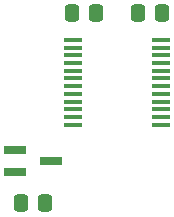
<source format=gtp>
G04 #@! TF.GenerationSoftware,KiCad,Pcbnew,(6.0.1)*
G04 #@! TF.CreationDate,2022-07-05T00:42:15-07:00*
G04 #@! TF.ProjectId,mu100-dit,6d753130-302d-4646-9974-2e6b69636164,rev?*
G04 #@! TF.SameCoordinates,PX4a25ef0PY4c3f880*
G04 #@! TF.FileFunction,Paste,Top*
G04 #@! TF.FilePolarity,Positive*
%FSLAX46Y46*%
G04 Gerber Fmt 4.6, Leading zero omitted, Abs format (unit mm)*
G04 Created by KiCad (PCBNEW (6.0.1)) date 2022-07-05 00:42:15*
%MOMM*%
%LPD*%
G01*
G04 APERTURE LIST*
G04 Aperture macros list*
%AMRoundRect*
4,1,4,2,3,4,5,6,7,8,9,2,3,0*
1,1,$1,$2,$3*
1,1,$1,$2,$3*
1,1,$1,$2,$3*
1,1,$1,$2,$3*
20,1,$1,$2,$3,$4,$5,0*
20,1,$1,$2,$3,$4,$5,0*
20,1,$1,$2,$3,$4,$5,0*
20,1,$1,$2,$3,$4,$5,0*%
G04 Aperture macros list end*
%AMCOMP24*
4,1,3,
-0.3375,-0.475,
0.3375,-0.475,
0.3375,0.475,
-0.3375,0.475,
0*
4,1,19,
-0.3375,-0.22499999999999998,
-0.26024575140626316,-0.2372358709262116,
-0.19055368692688174,-0.27274575140626311,
-0.13524575140626316,-0.32805368692688169,
-0.099735870926211639,-0.39774575140626311,
-0.087500000000000022,-0.475,
-0.099735870926211612,-0.55225424859373684,
-0.13524575140626316,-0.62194631307311821,
-0.19055368692688171,-0.67725424859373684,
-0.26024575140626316,-0.71276412907378839,
-0.33749999999999997,-0.725,
-0.41475424859373694,-0.71276412907378839,
-0.48444631307311825,-0.67725424859373684,
-0.53975424859373689,-0.62194631307311832,
-0.57526412907378843,-0.55225424859373684,
-0.5875,-0.47500000000000003,
-0.57526412907378843,-0.39774575140626317,
-0.53975424859373689,-0.32805368692688175,
-0.48444631307311836,-0.27274575140626311,
-0.41475424859373694,-0.2372358709262116,
0*
4,1,19,
0.3375,-0.22499999999999998,
0.41475424859373689,-0.2372358709262116,
0.48444631307311831,-0.27274575140626311,
0.53975424859373689,-0.32805368692688169,
0.57526412907378843,-0.39774575140626311,
0.5875,-0.475,
0.57526412907378843,-0.55225424859373684,
0.53975424859373689,-0.62194631307311821,
0.48444631307311836,-0.67725424859373684,
0.41475424859373689,-0.71276412907378839,
0.33750000000000008,-0.725,
0.2602457514062631,-0.71276412907378839,
0.19055368692688177,-0.67725424859373684,
0.13524575140626319,-0.62194631307311832,
0.099735870926211639,-0.55225424859373684,
0.087500000000000022,-0.47500000000000003,
0.099735870926211612,-0.39774575140626317,
0.13524575140626313,-0.32805368692688175,
0.19055368692688168,-0.27274575140626311,
0.2602457514062631,-0.2372358709262116,
0*
4,1,19,
0.3375,0.725,
0.41475424859373689,0.71276412907378839,
0.48444631307311831,0.67725424859373684,
0.53975424859373689,0.62194631307311821,
0.57526412907378843,0.55225424859373684,
0.5875,0.475,
0.57526412907378843,0.39774575140626311,
0.53975424859373689,0.32805368692688175,
0.48444631307311836,0.27274575140626311,
0.41475424859373689,0.2372358709262116,
0.33750000000000008,0.22499999999999998,
0.2602457514062631,0.2372358709262116,
0.19055368692688177,0.27274575140626311,
0.13524575140626319,0.32805368692688164,
0.099735870926211639,0.39774575140626311,
0.087500000000000022,0.47499999999999992,
0.099735870926211612,0.55225424859373673,
0.13524575140626313,0.62194631307311821,
0.19055368692688168,0.67725424859373684,
0.2602457514062631,0.71276412907378839,
0*
4,1,19,
-0.3375,0.725,
-0.26024575140626316,0.71276412907378839,
-0.19055368692688174,0.67725424859373684,
-0.13524575140626316,0.62194631307311821,
-0.099735870926211639,0.55225424859373684,
-0.087500000000000022,0.475,
-0.099735870926211612,0.39774575140626311,
-0.13524575140626316,0.32805368692688175,
-0.19055368692688171,0.27274575140626311,
-0.26024575140626316,0.2372358709262116,
-0.33749999999999997,0.22499999999999998,
-0.41475424859373694,0.2372358709262116,
-0.48444631307311825,0.27274575140626311,
-0.53975424859373689,0.32805368692688164,
-0.57526412907378843,0.39774575140626311,
-0.5875,0.47499999999999992,
-0.57526412907378843,0.55225424859373673,
-0.53975424859373689,0.62194631307311821,
-0.48444631307311836,0.67725424859373684,
-0.41475424859373694,0.71276412907378839,
0*
4,1,3,
-0.3375,-0.725,
-0.3375,-0.22499999999999998,
0.3375,-0.22499999999999998,
0.3375,-0.725,
0*
4,1,3,
0.5875,-0.475,
0.087500000000000022,-0.475,
0.087500000000000022,0.475,
0.5875,0.475,
0*
4,1,3,
0.3375,0.725,
0.3375,0.22499999999999998,
-0.3375,0.22499999999999998,
-0.3375,0.725,
0*
4,1,3,
-0.5875,0.475,
-0.087500000000000022,0.475,
-0.087500000000000022,-0.475,
-0.5875,-0.475,
0*%
%ADD10COMP24,0.25X-0.3375X-0.475X0.3375X-0.475X0.3375X0.475X-0.3375X0.475X0*%
%AMCOMP25*
4,1,3,
-0.6375,-0.1,
0.6375,-0.1,
0.6375,0.1,
-0.6375,0.1,
0*
4,1,19,
-0.6375,0,
-0.60659830056250519,-0.00489434837048465,
-0.57872147477075264,-0.019098300562505249,
-0.55659830056250525,-0.041221474770752692,
-0.54239434837048461,-0.069098300562505266,
-0.5375,-0.1,
-0.54239434837048461,-0.13090169943749475,
-0.55659830056250525,-0.15877852522924732,
-0.57872147477075264,-0.18090169943749473,
-0.60659830056250519,-0.19510565162951538,
-0.6375,-0.2,
-0.66840169943749472,-0.19510565162951538,
-0.69627852522924727,-0.18090169943749476,
-0.71840169943749466,-0.15877852522924735,
-0.7326056516295153,-0.13090169943749477,
-0.73749999999999993,-0.10000000000000002,
-0.7326056516295153,-0.06909830056250528,
-0.71840169943749466,-0.041221474770752713,
-0.69627852522924727,-0.019098300562505263,
-0.66840169943749472,-0.00489434837048465,
0*
4,1,19,
0.6375,0,
0.66840169943749472,-0.00489434837048465,
0.69627852522924727,-0.019098300562505249,
0.71840169943749466,-0.041221474770752692,
0.7326056516295153,-0.069098300562505266,
0.73749999999999993,-0.1,
0.7326056516295153,-0.13090169943749475,
0.71840169943749466,-0.15877852522924732,
0.69627852522924727,-0.18090169943749473,
0.66840169943749472,-0.19510565162951538,
0.6375,-0.2,
0.60659830056250519,-0.19510565162951538,
0.57872147477075264,-0.18090169943749476,
0.55659830056250525,-0.15877852522924735,
0.54239434837048461,-0.13090169943749477,
0.5375,-0.10000000000000002,
0.54239434837048461,-0.06909830056250528,
0.55659830056250525,-0.041221474770752713,
0.57872147477075264,-0.019098300562505263,
0.60659830056250519,-0.00489434837048465,
0*
4,1,19,
0.6375,0.2,
0.66840169943749472,0.19510565162951538,
0.69627852522924727,0.18090169943749476,
0.71840169943749466,0.15877852522924732,
0.7326056516295153,0.13090169943749475,
0.73749999999999993,0.1,
0.7326056516295153,0.069098300562505266,
0.71840169943749466,0.0412214747707527,
0.69627852522924727,0.019098300562505263,
0.66840169943749472,0.00489434837048465,
0.6375,0,
0.60659830056250519,0.00489434837048465,
0.57872147477075264,0.019098300562505249,
0.55659830056250525,0.041221474770752678,
0.54239434837048461,0.069098300562505252,
0.5375,0.099999999999999992,
0.54239434837048461,0.13090169943749475,
0.55659830056250525,0.15877852522924729,
0.57872147477075264,0.18090169943749473,
0.60659830056250519,0.19510565162951538,
0*
4,1,19,
-0.6375,0.2,
-0.60659830056250519,0.19510565162951538,
-0.57872147477075264,0.18090169943749476,
-0.55659830056250525,0.15877852522924732,
-0.54239434837048461,0.13090169943749475,
-0.5375,0.1,
-0.54239434837048461,0.069098300562505266,
-0.55659830056250525,0.0412214747707527,
-0.57872147477075264,0.019098300562505263,
-0.60659830056250519,0.00489434837048465,
-0.6375,0,
-0.66840169943749472,0.00489434837048465,
-0.69627852522924727,0.019098300562505249,
-0.71840169943749466,0.041221474770752678,
-0.7326056516295153,0.069098300562505252,
-0.73749999999999993,0.099999999999999992,
-0.7326056516295153,0.13090169943749475,
-0.71840169943749466,0.15877852522924729,
-0.69627852522924727,0.18090169943749473,
-0.66840169943749472,0.19510565162951538,
0*
4,1,3,
-0.6375,-0.2,
-0.6375,0,
0.6375,0,
0.6375,-0.2,
0*
4,1,3,
0.73749999999999993,-0.1,
0.5375,-0.1,
0.5375,0.1,
0.73749999999999993,0.1,
0*
4,1,3,
0.6375,0.2,
0.6375,0,
-0.6375,0,
-0.6375,0.2,
0*
4,1,3,
-0.73749999999999993,0.1,
-0.5375,0.1,
-0.5375,-0.1,
-0.73749999999999993,-0.1,
0*%
%ADD11COMP25,0.1X-0.6375X-0.1X0.6375X-0.1X0.6375X0.1X-0.6375X0.1X0*%
%ADD12R,1.9X0.8*%
%AMCOMP26*
4,1,3,
0.3375,0.475,
-0.3375,0.475,
-0.3375,-0.475,
0.3375,-0.475,
0*
4,1,19,
0.3375,0.725,
0.41475424859373689,0.71276412907378839,
0.48444631307311831,0.67725424859373684,
0.53975424859373689,0.62194631307311821,
0.57526412907378843,0.55225424859373684,
0.5875,0.475,
0.57526412907378843,0.39774575140626311,
0.53975424859373689,0.32805368692688175,
0.48444631307311836,0.27274575140626311,
0.41475424859373689,0.2372358709262116,
0.33750000000000008,0.22499999999999998,
0.2602457514062631,0.2372358709262116,
0.19055368692688177,0.27274575140626311,
0.13524575140626319,0.32805368692688164,
0.099735870926211639,0.39774575140626311,
0.087500000000000022,0.47499999999999992,
0.099735870926211612,0.55225424859373673,
0.13524575140626313,0.62194631307311821,
0.19055368692688168,0.67725424859373684,
0.2602457514062631,0.71276412907378839,
0*
4,1,19,
-0.3375,0.725,
-0.26024575140626316,0.71276412907378839,
-0.19055368692688174,0.67725424859373684,
-0.13524575140626316,0.62194631307311821,
-0.099735870926211639,0.55225424859373684,
-0.087500000000000022,0.475,
-0.099735870926211612,0.39774575140626311,
-0.13524575140626316,0.32805368692688175,
-0.19055368692688171,0.27274575140626311,
-0.26024575140626316,0.2372358709262116,
-0.33749999999999997,0.22499999999999998,
-0.41475424859373694,0.2372358709262116,
-0.48444631307311825,0.27274575140626311,
-0.53975424859373689,0.32805368692688164,
-0.57526412907378843,0.39774575140626311,
-0.5875,0.47499999999999992,
-0.57526412907378843,0.55225424859373673,
-0.53975424859373689,0.62194631307311821,
-0.48444631307311836,0.67725424859373684,
-0.41475424859373694,0.71276412907378839,
0*
4,1,19,
-0.3375,-0.22499999999999998,
-0.26024575140626316,-0.2372358709262116,
-0.19055368692688174,-0.27274575140626311,
-0.13524575140626316,-0.32805368692688169,
-0.099735870926211639,-0.39774575140626311,
-0.087500000000000022,-0.475,
-0.099735870926211612,-0.55225424859373684,
-0.13524575140626316,-0.62194631307311821,
-0.19055368692688171,-0.67725424859373684,
-0.26024575140626316,-0.71276412907378839,
-0.33749999999999997,-0.725,
-0.41475424859373694,-0.71276412907378839,
-0.48444631307311825,-0.67725424859373684,
-0.53975424859373689,-0.62194631307311832,
-0.57526412907378843,-0.55225424859373684,
-0.5875,-0.47500000000000003,
-0.57526412907378843,-0.39774575140626317,
-0.53975424859373689,-0.32805368692688175,
-0.48444631307311836,-0.27274575140626311,
-0.41475424859373694,-0.2372358709262116,
0*
4,1,19,
0.3375,-0.22499999999999998,
0.41475424859373689,-0.2372358709262116,
0.48444631307311831,-0.27274575140626311,
0.53975424859373689,-0.32805368692688169,
0.57526412907378843,-0.39774575140626311,
0.5875,-0.475,
0.57526412907378843,-0.55225424859373684,
0.53975424859373689,-0.62194631307311821,
0.48444631307311836,-0.67725424859373684,
0.41475424859373689,-0.71276412907378839,
0.33750000000000008,-0.725,
0.2602457514062631,-0.71276412907378839,
0.19055368692688177,-0.67725424859373684,
0.13524575140626319,-0.62194631307311832,
0.099735870926211639,-0.55225424859373684,
0.087500000000000022,-0.47500000000000003,
0.099735870926211612,-0.39774575140626317,
0.13524575140626313,-0.32805368692688175,
0.19055368692688168,-0.27274575140626311,
0.2602457514062631,-0.2372358709262116,
0*
4,1,3,
0.3375,0.725,
0.3375,0.22499999999999998,
-0.3375,0.22499999999999998,
-0.3375,0.725,
0*
4,1,3,
-0.5875,0.475,
-0.087500000000000022,0.475,
-0.087500000000000022,-0.475,
-0.5875,-0.475,
0*
4,1,3,
-0.3375,-0.725,
-0.3375,-0.22499999999999998,
0.3375,-0.22499999999999998,
0.3375,-0.725,
0*
4,1,3,
0.5875,-0.475,
0.087500000000000022,-0.475,
0.087500000000000022,0.475,
0.5875,0.475,
0*%
%ADD13COMP26,0.25X0.3375X0.475X-0.3375X0.475X-0.3375X-0.475X0.3375X-0.475X0*%
G04 APERTURE END LIST*
D10*
X0000000000Y0040000000D02*
X0003542500Y0002725000D03*
X0005617500Y0002725000D03*
D11*
X0007989500Y0016538573D03*
X0007989500Y0015888573D03*
X0007989500Y0015238572D03*
X0007989500Y0014588573D03*
X0007989500Y0013938573D03*
X0007989500Y0013288573D03*
X0007989500Y0012638573D03*
X0007989500Y0011988572D03*
X0007989500Y0011338573D03*
X0007989500Y0010688573D03*
X0007989500Y0010038573D03*
X0007989500Y0009388573D03*
X0015414500Y0009388573D03*
X0015414500Y0010038573D03*
X0015414500Y0010688573D03*
X0015414500Y0011338573D03*
X0015414500Y0011988572D03*
X0015414500Y0012638573D03*
X0015414500Y0013288573D03*
X0015414500Y0013938573D03*
X0015414500Y0014588573D03*
X0015414500Y0015238572D03*
X0015414500Y0015888573D03*
X0015414500Y0016538573D03*
D10*
X0013458500Y0018812000D03*
X0015533500Y0018812000D03*
D12*
X0003080000Y0007250000D03*
X0003080000Y0005350000D03*
X0006080000Y0006299999D03*
D13*
X0009945500Y0018812000D03*
X0007870500Y0018812000D03*
M02*
</source>
